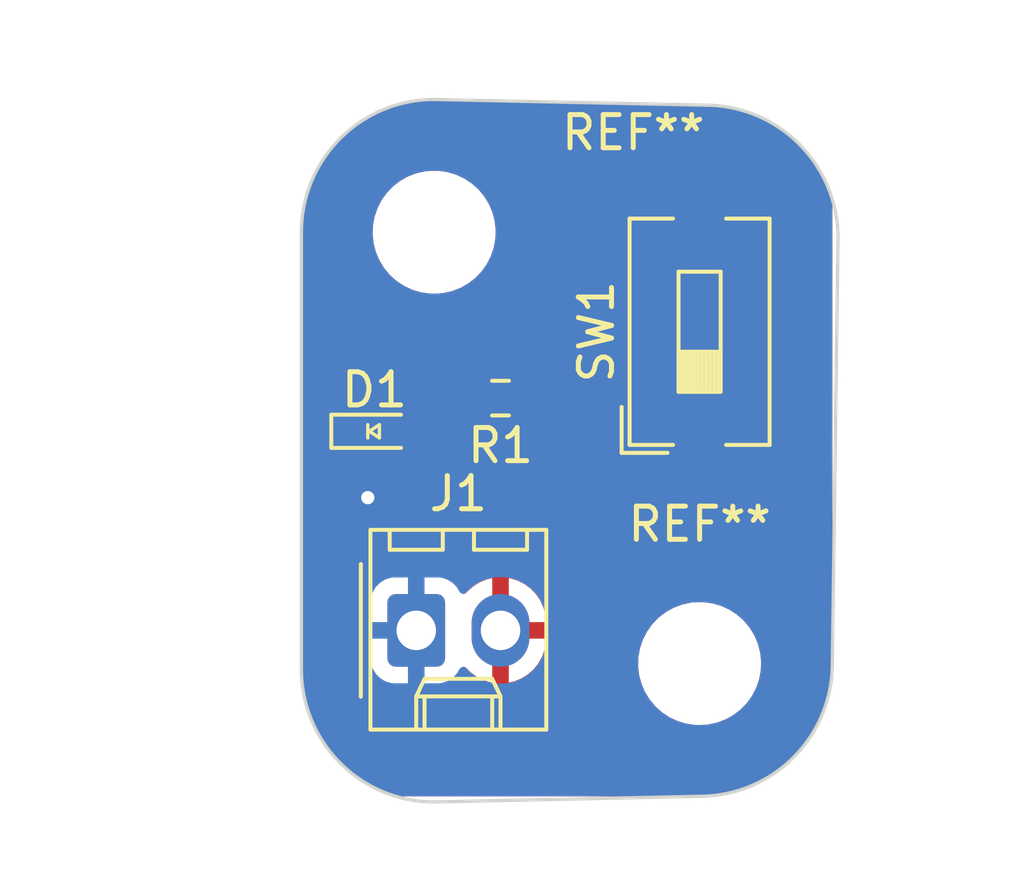
<source format=kicad_pcb>
(kicad_pcb (version 20221018) (generator pcbnew)
  (title_block (title "LED Project") (date "2023-09-15") (rev "1.0") (company "Illini Solar Car") (comment 1 "Designed By: Wyatt Sturn"))
  (layers (0 "F.Cu" signal) (31 "B.Cu" signal) (34 "B.Paste" user) (35 "F.Paste" user) (36 "B.SilkS" user "B.Silkscreen") (37 "F.SilkS" user "F.Silkscreen") (38 "B.Mask" user) (39 "F.Mask" user) (44 "Edge.Cuts" user))
  (net 0 "")
  (net 1 "GND")
  (net 2 "Net-(D1-A)")
  (net 3 "+3V3")
  (net 4 "Net-(R1-Pad1)")
  (footprint "Connector_Molex:Molex_KK-254_AE-6410-02A_1x02_P2.54mm_Vertical" (layer "F.Cu") (at 124.46 103)
    (fp_text reference "J1" (at 1.27 -4.12) (layer "F.SilkS"))
    (fp_text value "Conn_01x02")
    (fp_line (start -1.67 -2) (end -1.67 2) (stroke (width 0.12)) (layer "F.SilkS"))
    (fp_line (start -1.38 -3.03) (end -1.38 2.99) (stroke (width 0.12)) (layer "F.SilkS"))
    (fp_line (start -1.38 2.99) (end 3.92 2.99) (stroke (width 0.12)) (layer "F.SilkS"))
    (fp_line (start -0.8 -3.03) (end -0.8 -2.43) (stroke (width 0.12)) (layer "F.SilkS"))
    (fp_line (start -0.8 -2.43) (end 0.8 -2.43) (stroke (width 0.12)) (layer "F.SilkS"))
    (fp_line (start 0 1.99) (end 0.25 1.46) (stroke (width 0.12)) (layer "F.SilkS"))
    (fp_line (start 0 1.99) (end 2.54 1.99) (stroke (width 0.12)) (layer "F.SilkS"))
    (fp_line (start 0 2.99) (end 0 1.99) (stroke (width 0.12)) (layer "F.SilkS"))
    (fp_line (start 0.25 1.46) (end 2.29 1.46) (stroke (width 0.12)) (layer "F.SilkS"))
    (fp_line (start 0.25 2.99) (end 0.25 1.99) (stroke (width 0.12)) (layer "F.SilkS"))
    (fp_line (start 0.8 -2.43) (end 0.8 -3.03) (stroke (width 0.12)) (layer "F.SilkS"))
    (fp_line (start 1.74 -3.03) (end 1.74 -2.43) (stroke (width 0.12)) (layer "F.SilkS"))
    (fp_line (start 1.74 -2.43) (end 3.34 -2.43) (stroke (width 0.12)) (layer "F.SilkS"))
    (fp_line (start 2.29 1.46) (end 2.54 1.99) (stroke (width 0.12)) (layer "F.SilkS"))
    (fp_line (start 2.29 2.99) (end 2.29 1.99) (stroke (width 0.12)) (layer "F.SilkS"))
    (fp_line (start 2.54 1.99) (end 2.54 2.99) (stroke (width 0.12)) (layer "F.SilkS"))
    (fp_line (start 3.34 -2.43) (end 3.34 -3.03) (stroke (width 0.12)) (layer "F.SilkS"))
    (fp_line (start 3.92 -3.03) (end -1.38 -3.03) (stroke (width 0.12)) (layer "F.SilkS"))
    (fp_line (start 3.92 2.99) (end 3.92 -3.03) (stroke (width 0.12)) (layer "F.SilkS"))
    (pad "1" thru_hole roundrect (at 0 0) (size 1.74 2.19) (drill 1.19) (layers "*.Cu" "*.Mask") (roundrect_rratio 0.143678) (net 1 "GND"))
    (pad "2" thru_hole oval (at 2.54 0) (size 1.74 2.19) (drill 1.19) (layers "*.Cu" "*.Mask") (net 3 "+3V3"))
  )
  (footprint "Button_Switch_SMD:SW_DIP_SPSTx01_Slide_6.7x4.1mm_W8.61mm_P2.54mm_LowProfile" (layer "F.Cu") (at 133 94 90)
    (fp_text reference "SW1" (at 0 -3.11 90) (layer "F.SilkS"))
    (fp_text value "SW_Push")
    (fp_line (start -3.65 -2.35) (end -3.65 -0.967) (stroke (width 0.12)) (layer "F.SilkS"))
    (fp_line (start -3.65 -2.35) (end -2.267 -2.35) (stroke (width 0.12)) (layer "F.SilkS"))
    (fp_line (start -3.41 -2.11) (end -3.41 -0.8) (stroke (width 0.12)) (layer "F.SilkS"))
    (fp_line (start -3.41 -2.11) (end 3.41 -2.11) (stroke (width 0.12)) (layer "F.SilkS"))
    (fp_line (start -3.41 0.8) (end -3.41 2.11) (stroke (width 0.12)) (layer "F.SilkS"))
    (fp_line (start -3.41 2.11) (end 3.41 2.11) (stroke (width 0.12)) (layer "F.SilkS"))
    (fp_line (start -1.81 -0.635) (end -1.81 0.635) (stroke (width 0.12)) (layer "F.SilkS"))
    (fp_line (start -1.81 -0.515) (end -0.603333 -0.515) (stroke (width 0.12)) (layer "F.SilkS"))
    (fp_line (start -1.81 -0.395) (end -0.603333 -0.395) (stroke (width 0.12)) (layer "F.SilkS"))
    (fp_line (start -1.81 -0.275) (end -0.603333 -0.275) (stroke (width 0.12)) (layer "F.SilkS"))
    (fp_line (start -1.81 -0.155) (end -0.603333 -0.155) (stroke (width 0.12)) (layer "F.SilkS"))
    (fp_line (start -1.81 -0.035) (end -0.603333 -0.035) (stroke (width 0.12)) (layer "F.SilkS"))
    (fp_line (start -1.81 0.085) (end -0.603333 0.085) (stroke (width 0.12)) (layer "F.SilkS"))
    (fp_line (start -1.81 0.205) (end -0.603333 0.205) (stroke (width 0.12)) (layer "F.SilkS"))
    (fp_line (start -1.81 0.325) (end -0.603333 0.325) (stroke (width 0.12)) (layer "F.SilkS"))
    (fp_line (start -1.81 0.445) (end -0.603333 0.445) (stroke (width 0.12)) (layer "F.SilkS"))
    (fp_line (start -1.81 0.565) (end -0.603333 0.565) (stroke (width 0.12)) (layer "F.SilkS"))
    (fp_line (start -1.81 0.635) (end 1.81 0.635) (stroke (width 0.12)) (layer "F.SilkS"))
    (fp_line (start -0.603333 -0.635) (end -0.603333 0.635) (stroke (width 0.12)) (layer "F.SilkS"))
    (fp_line (start 1.81 -0.635) (end -1.81 -0.635) (stroke (width 0.12)) (layer "F.SilkS"))
    (fp_line (start 1.81 0.635) (end 1.81 -0.635) (stroke (width 0.12)) (layer "F.SilkS"))
    (fp_line (start 3.41 -2.11) (end 3.41 -0.8) (stroke (width 0.12)) (layer "F.SilkS"))
    (fp_line (start 3.41 0.8) (end 3.41 2.11) (stroke (width 0.12)) (layer "F.SilkS"))
    (pad "1" smd rect (at -4.305 0 90) (size 2.44 1.12) (layers "F.Cu" "F.Paste" "F.Mask") (net 3 "+3V3"))
    (pad "2" smd rect (at 4.305 0 90) (size 2.44 1.12) (layers "F.Cu" "F.Paste" "F.Mask") (net 4 "Net-(R1-Pad1)"))
  )
  (footprint "layout:LED_0603_Symbol_on_F.SilkS" (layer "F.Cu") (at 123.2 97)
    (fp_text reference "D1" (at 0 -1.25) (layer "F.SilkS"))
    (fp_text value "LED_RED")
    (fp_line (start -1.3 -0.5) (end -1.3 0.5) (stroke (width 0.12)) (layer "F.SilkS"))
    (fp_line (start -1.3 -0.5) (end 0.8 -0.5) (stroke (width 0.12)) (layer "F.SilkS"))
    (fp_line (start -1.3 0.5) (end 0.8 0.5) (stroke (width 0.12)) (layer "F.SilkS"))
    (fp_line (start -0.2 -0.2) (end -0.2 0.2) (stroke (width 0.1)) (layer "F.SilkS"))
    (fp_line (start -0.15 0) (end 0.15 -0.2) (stroke (width 0.1)) (layer "F.SilkS"))
    (fp_line (start 0.15 -0.2) (end 0.15 0.2) (stroke (width 0.1)) (layer "F.SilkS"))
    (fp_line (start 0.15 0.2) (end -0.15 0) (stroke (width 0.1)) (layer "F.SilkS"))
    (pad "1" smd rect (at -0.8 0 180) (size 0.8 0.8) (layers "F.Cu" "F.Paste" "F.Mask") (net 1 "GND"))
    (pad "2" smd rect (at 0.8 0 180) (size 0.8 0.8) (layers "F.Cu" "F.Paste" "F.Mask") (net 2 "Net-(D1-A)"))
  )
  (footprint "Resistor_SMD:R_0603_1608Metric_Pad0.98x0.95mm_HandSolder" (layer "F.Cu") (at 127 96 180)
    (fp_text reference "R1" (at 0 -1.43) (layer "F.SilkS"))
    (fp_text value "105")
    (fp_line (start -0.254724 -0.5225) (end 0.254724 -0.5225) (stroke (width 0.12)) (layer "F.SilkS"))
    (fp_line (start -0.254724 0.5225) (end 0.254724 0.5225) (stroke (width 0.12)) (layer "F.SilkS"))
    (pad "1" smd roundrect (at -0.9125 0 180) (size 0.975 0.95) (layers "F.Cu" "F.Paste" "F.Mask") (net 4 "Net-(R1-Pad1)"))
    (pad "2" smd roundrect (at 0.9125 0 180) (size 0.975 0.95) (layers "F.Cu" "F.Paste" "F.Mask") (net 2 "Net-(D1-A)"))
  )
  (footprint "MountingHole:MountingHole_3.2mm_M3" (layer "F.Cu") (at 133 104)
    (fp_text reference "REF**" (at 0 -4.2) (layer "F.SilkS"))
    (fp_text value "MountingHole_3.2mm_M3")
    (pad "" np_thru_hole circle (at 0 0) (size 3.2 3.2) (drill 3.2) (layers "*.Cu" "*.Mask"))
  )
  (footprint "MountingHole:MountingHole_3.2mm_M3" (layer "F.Cu") (at 125 91)
    (fp_text reference "REF**" (at 6 -3) (layer "F.SilkS"))
    (fp_text value "MountingHole_3.2mm_M3")
    (pad "" np_thru_hole circle (at 0 0) (size 3.2 3.2) (drill 3.2) (layers "*.Cu" "*.Mask"))
  )
  (gr_arc (start 121 91) (mid 122.171573 88.171573) (end 125 87) (stroke (width 0.1)) (layer "Edge.Cuts"))
  (gr_arc (start 125 108.171573) (mid 122.171573 107) (end 121 104.171573) (stroke (width 0.1)) (layer "Edge.Cuts"))
  (gr_line (start 125 87) (end 133.171573 87.171573) (stroke (width 0.1)) (layer "Edge.Cuts"))
  (gr_line (start 137.171573 91.171573) (end 137 104) (stroke (width 0.1)) (layer "Edge.Cuts"))
  (gr_line (start 125 108.171573) (end 133 108) (stroke (width 0.1)) (layer "Edge.Cuts"))
  (gr_line (start 121 104.171573) (end 121 91) (stroke (width 0.1)) (layer "Edge.Cuts"))
  (gr_arc (start 133.171573 87.171573) (mid 136 88.343146) (end 137.171573 91.171573) (stroke (width 0.1)) (layer "Edge.Cuts"))
  (gr_arc (start 137 104) (mid 135.828427 106.828427) (end 133 108) (stroke (width 0.1)) (layer "Edge.Cuts"))
  (segment (start 122.4 98.4) (end 123 99) (width 0.25) (layer "F.Cu") (net 1))
  (segment (start 122.4 97) (end 122.4 98.4) (width 0.25) (layer "F.Cu") (net 1))
  (via (at 123 99) (size 0.8) (drill 0.4) (layers "F.Cu" "B.Cu") (net 1))
  (segment (start 125.0875 97) (end 124 97) (width 0.25) (layer "F.Cu") (net 2))
  (segment (start 126.0875 96) (end 125.0875 97) (width 0.25) (layer "F.Cu") (net 2))
  (segment (start 129 94.9125) (end 127.9125 96) (width 0.25) (layer "F.Cu") (net 4))
  (segment (start 130.305 89.695) (end 129 91) (width 0.25) (layer "F.Cu") (net 4))
  (segment (start 129 91) (end 129 94.9125) (width 0.25) (layer "F.Cu") (net 4))
  (segment (start 133 89.695) (end 130.305 89.695) (width 0.25) (layer "F.Cu") (net 4))
  (zone (net 3) (net_name "+3V3") (layer "F.Cu") (connect_pads (clearance 0.508)) (min_thickness 0.25) (fill yes (thermal_gap 0.5) (thermal_bridge_width 0.5))
    (polygon (pts (xy 121 87) (xy 137 87) (xy 137 108) (xy 121 108)))
  )
  (zone (net 1) (net_name "GND") (layer "B.Cu") (priority 1) (connect_pads (clearance 0.508)) (min_thickness 0.25) (fill yes (thermal_gap 0.5) (thermal_bridge_width 0.5))
    (polygon (pts (xy 121 87) (xy 137 87) (xy 137 108) (xy 121 108)))
  )
)
</source>
